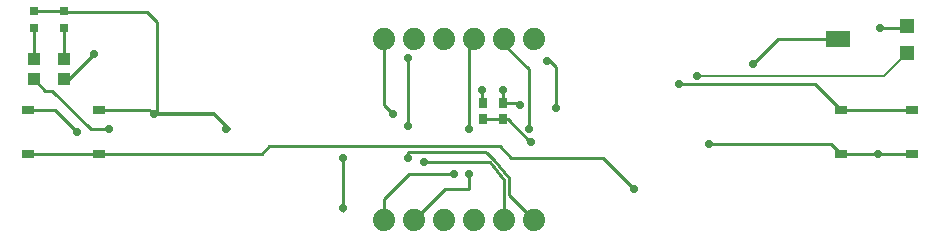
<source format=gtl>
G75*
%MOIN*%
%OFA0B0*%
%FSLAX25Y25*%
%IPPOS*%
%LPD*%
%AMOC8*
5,1,8,0,0,1.08239X$1,22.5*
%
%ADD10R,0.03150X0.03150*%
%ADD11R,0.03937X0.04331*%
%ADD12R,0.05118X0.05118*%
%ADD13R,0.07874X0.05518*%
%ADD14R,0.03937X0.02756*%
%ADD15C,0.07400*%
%ADD16R,0.03150X0.03346*%
%ADD17C,0.01000*%
%ADD18C,0.02800*%
%ADD19C,0.01200*%
%ADD20C,0.00600*%
D10*
X0026346Y0084661D03*
X0036346Y0084661D03*
X0036346Y0090567D03*
X0026346Y0090567D03*
D11*
X0026346Y0074346D03*
X0036346Y0074346D03*
X0036346Y0067654D03*
X0026346Y0067654D03*
D12*
X0317331Y0076472D03*
X0317331Y0085528D03*
D13*
X0294581Y0081000D03*
D14*
X0295323Y0057496D03*
X0318945Y0057496D03*
X0318945Y0042929D03*
X0295323Y0042929D03*
X0048157Y0042929D03*
X0024535Y0042929D03*
X0024535Y0057496D03*
X0048157Y0057496D03*
D15*
X0143236Y0081000D03*
X0153236Y0081000D03*
X0163236Y0081000D03*
X0173236Y0081000D03*
X0183236Y0081000D03*
X0193236Y0081000D03*
X0193236Y0020685D03*
X0183236Y0020685D03*
X0173236Y0020685D03*
X0163236Y0020685D03*
X0153236Y0020685D03*
X0143236Y0020685D03*
D16*
X0176228Y0054307D03*
X0182882Y0054307D03*
X0182882Y0059819D03*
X0176228Y0059819D03*
D17*
X0129457Y0024622D02*
X0129457Y0023638D01*
X0129457Y0024622D02*
X0129457Y0041354D01*
X0143236Y0027890D02*
X0151346Y0036000D01*
X0166346Y0036000D01*
X0171346Y0036000D02*
X0171346Y0031000D01*
X0163551Y0031000D01*
X0153236Y0020685D01*
X0143236Y0020685D02*
X0143236Y0027890D01*
X0156346Y0040016D02*
X0178315Y0040016D01*
X0183236Y0034110D01*
X0183236Y0020685D01*
X0184890Y0029032D02*
X0193236Y0020685D01*
X0184890Y0029032D02*
X0184890Y0034709D01*
X0184836Y0034773D01*
X0179915Y0040678D01*
X0179498Y0041096D01*
X0179120Y0041549D01*
X0179037Y0041557D01*
X0177324Y0043269D01*
X0176736Y0043323D01*
X0151110Y0043323D01*
X0151110Y0041354D01*
X0171346Y0051000D02*
X0171346Y0079110D01*
X0173236Y0081000D01*
X0183236Y0081000D02*
X0183236Y0079110D01*
X0191346Y0071000D01*
X0191346Y0051000D01*
X0191465Y0047260D02*
X0191996Y0046807D01*
X0191962Y0046807D01*
X0191465Y0047260D02*
X0184417Y0054307D01*
X0182882Y0054307D01*
X0176228Y0054307D01*
X0187764Y0059819D02*
X0188512Y0059071D01*
X0187764Y0059819D02*
X0182882Y0059819D01*
X0182606Y0060094D01*
X0182606Y0063992D01*
X0175717Y0063992D02*
X0175717Y0060331D01*
X0176228Y0059819D01*
X0200323Y0058087D02*
X0200323Y0071866D01*
X0198354Y0073835D01*
X0197370Y0073835D01*
X0241346Y0066000D02*
X0286819Y0066000D01*
X0295323Y0057496D01*
X0318945Y0057496D01*
X0295323Y0042929D02*
X0292252Y0046000D01*
X0251346Y0046000D01*
X0226346Y0031000D02*
X0215992Y0041354D01*
X0185559Y0041354D01*
X0181622Y0045291D01*
X0104850Y0045291D01*
X0102488Y0042929D01*
X0048157Y0042929D01*
X0024535Y0042929D01*
X0033591Y0057496D02*
X0040874Y0050213D01*
X0045431Y0051000D02*
X0032565Y0063866D01*
X0030134Y0063866D01*
X0026346Y0067654D01*
X0036346Y0067654D02*
X0038000Y0067654D01*
X0046346Y0076000D01*
X0036346Y0074346D02*
X0036346Y0084661D01*
X0026346Y0084661D02*
X0026346Y0074346D01*
X0064004Y0090075D02*
X0067449Y0086630D01*
X0067449Y0057102D01*
X0066346Y0056000D01*
X0064850Y0057496D01*
X0048157Y0057496D01*
X0033591Y0057496D02*
X0024535Y0057496D01*
X0045431Y0051000D02*
X0051346Y0051000D01*
X0143236Y0059110D02*
X0146268Y0056079D01*
X0143236Y0059110D02*
X0143236Y0081000D01*
X0151110Y0074819D02*
X0151110Y0052181D01*
X0266268Y0072850D02*
X0274417Y0081000D01*
X0294581Y0081000D01*
X0308591Y0084661D02*
X0316465Y0084661D01*
X0317331Y0085528D01*
X0318945Y0042929D02*
X0307606Y0042929D01*
X0295323Y0042929D01*
X0064004Y0090075D02*
X0036839Y0090075D01*
X0036346Y0090567D01*
X0034972Y0090496D01*
X0026418Y0090496D01*
X0026346Y0090567D01*
D18*
X0046346Y0076000D03*
X0066346Y0056000D03*
X0051346Y0051000D03*
X0040874Y0050213D03*
X0090346Y0051000D03*
X0129457Y0041354D03*
X0151110Y0041354D03*
X0156346Y0040016D03*
X0166346Y0036000D03*
X0171346Y0036000D03*
X0191962Y0046807D03*
X0191346Y0051000D03*
X0171346Y0051000D03*
X0151110Y0052181D03*
X0146268Y0056079D03*
X0175717Y0063992D03*
X0182606Y0063992D03*
X0188512Y0059071D03*
X0200323Y0058087D03*
X0241346Y0066000D03*
X0247567Y0068913D03*
X0266268Y0072850D03*
X0308591Y0084661D03*
X0197370Y0073835D03*
X0151110Y0074819D03*
X0251346Y0046000D03*
X0226346Y0031000D03*
X0307606Y0042929D03*
X0129457Y0024622D03*
D19*
X0091346Y0051000D02*
X0090346Y0051000D01*
X0091346Y0051000D02*
X0086346Y0056000D01*
X0066346Y0056000D01*
D20*
X0247567Y0068913D02*
X0309772Y0068913D01*
X0317331Y0076472D01*
M02*

</source>
